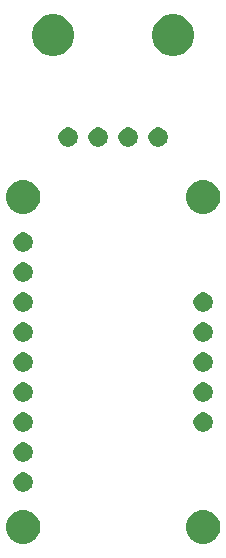
<source format=gbr>
G04 #@! TF.GenerationSoftware,KiCad,Pcbnew,(5.0.2)-1*
G04 #@! TF.CreationDate,2019-04-17T18:20:16-05:00*
G04 #@! TF.ProjectId,LSM9DS1Breakout_Hardware,4c534d39-4453-4314-9272-65616b6f7574,rev?*
G04 #@! TF.SameCoordinates,Original*
G04 #@! TF.FileFunction,Soldermask,Bot*
G04 #@! TF.FilePolarity,Negative*
%FSLAX46Y46*%
G04 Gerber Fmt 4.6, Leading zero omitted, Abs format (unit mm)*
G04 Created by KiCad (PCBNEW (5.0.2)-1) date 4/17/2019 6:20:16 PM*
%MOMM*%
%LPD*%
G01*
G04 APERTURE LIST*
%ADD10C,0.100000*%
G04 APERTURE END LIST*
D10*
G36*
X137442491Y-68429823D02*
X137582366Y-68457646D01*
X137845885Y-68566799D01*
X138081449Y-68724198D01*
X138083049Y-68725267D01*
X138284733Y-68926951D01*
X138284735Y-68926954D01*
X138443201Y-69164115D01*
X138552354Y-69427634D01*
X138608000Y-69707384D01*
X138608000Y-69992616D01*
X138552354Y-70272366D01*
X138443201Y-70535885D01*
X138285802Y-70771449D01*
X138284733Y-70773049D01*
X138083049Y-70974733D01*
X138083046Y-70974735D01*
X137845885Y-71133201D01*
X137582366Y-71242354D01*
X137442491Y-71270177D01*
X137302617Y-71298000D01*
X137017383Y-71298000D01*
X136877509Y-71270177D01*
X136737634Y-71242354D01*
X136474115Y-71133201D01*
X136236954Y-70974735D01*
X136236951Y-70974733D01*
X136035267Y-70773049D01*
X136034198Y-70771449D01*
X135876799Y-70535885D01*
X135767646Y-70272366D01*
X135712000Y-69992616D01*
X135712000Y-69707384D01*
X135767646Y-69427634D01*
X135876799Y-69164115D01*
X136035265Y-68926954D01*
X136035267Y-68926951D01*
X136236951Y-68725267D01*
X136238551Y-68724198D01*
X136474115Y-68566799D01*
X136737634Y-68457646D01*
X136877509Y-68429823D01*
X137017383Y-68402000D01*
X137302617Y-68402000D01*
X137442491Y-68429823D01*
X137442491Y-68429823D01*
G37*
G36*
X122202491Y-68429823D02*
X122342366Y-68457646D01*
X122605885Y-68566799D01*
X122841449Y-68724198D01*
X122843049Y-68725267D01*
X123044733Y-68926951D01*
X123044735Y-68926954D01*
X123203201Y-69164115D01*
X123312354Y-69427634D01*
X123368000Y-69707384D01*
X123368000Y-69992616D01*
X123312354Y-70272366D01*
X123203201Y-70535885D01*
X123045802Y-70771449D01*
X123044733Y-70773049D01*
X122843049Y-70974733D01*
X122843046Y-70974735D01*
X122605885Y-71133201D01*
X122342366Y-71242354D01*
X122202491Y-71270177D01*
X122062617Y-71298000D01*
X121777383Y-71298000D01*
X121637509Y-71270177D01*
X121497634Y-71242354D01*
X121234115Y-71133201D01*
X120996954Y-70974735D01*
X120996951Y-70974733D01*
X120795267Y-70773049D01*
X120794198Y-70771449D01*
X120636799Y-70535885D01*
X120527646Y-70272366D01*
X120472000Y-69992616D01*
X120472000Y-69707384D01*
X120527646Y-69427634D01*
X120636799Y-69164115D01*
X120795265Y-68926954D01*
X120795267Y-68926951D01*
X120996951Y-68725267D01*
X120998551Y-68724198D01*
X121234115Y-68566799D01*
X121497634Y-68457646D01*
X121637509Y-68429823D01*
X121777383Y-68402000D01*
X122062617Y-68402000D01*
X122202491Y-68429823D01*
X122202491Y-68429823D01*
G37*
G36*
X122157142Y-65258242D02*
X122305102Y-65319530D01*
X122438258Y-65408502D01*
X122551498Y-65521742D01*
X122640470Y-65654898D01*
X122701758Y-65802858D01*
X122733000Y-65959925D01*
X122733000Y-66120075D01*
X122701758Y-66277142D01*
X122640470Y-66425102D01*
X122551498Y-66558258D01*
X122438258Y-66671498D01*
X122305102Y-66760470D01*
X122157142Y-66821758D01*
X122000075Y-66853000D01*
X121839925Y-66853000D01*
X121682858Y-66821758D01*
X121534898Y-66760470D01*
X121401742Y-66671498D01*
X121288502Y-66558258D01*
X121199530Y-66425102D01*
X121138242Y-66277142D01*
X121107000Y-66120075D01*
X121107000Y-65959925D01*
X121138242Y-65802858D01*
X121199530Y-65654898D01*
X121288502Y-65521742D01*
X121401742Y-65408502D01*
X121534898Y-65319530D01*
X121682858Y-65258242D01*
X121839925Y-65227000D01*
X122000075Y-65227000D01*
X122157142Y-65258242D01*
X122157142Y-65258242D01*
G37*
G36*
X122157142Y-62718242D02*
X122305102Y-62779530D01*
X122438258Y-62868502D01*
X122551498Y-62981742D01*
X122640470Y-63114898D01*
X122701758Y-63262858D01*
X122733000Y-63419925D01*
X122733000Y-63580075D01*
X122701758Y-63737142D01*
X122640470Y-63885102D01*
X122551498Y-64018258D01*
X122438258Y-64131498D01*
X122305102Y-64220470D01*
X122157142Y-64281758D01*
X122000075Y-64313000D01*
X121839925Y-64313000D01*
X121682858Y-64281758D01*
X121534898Y-64220470D01*
X121401742Y-64131498D01*
X121288502Y-64018258D01*
X121199530Y-63885102D01*
X121138242Y-63737142D01*
X121107000Y-63580075D01*
X121107000Y-63419925D01*
X121138242Y-63262858D01*
X121199530Y-63114898D01*
X121288502Y-62981742D01*
X121401742Y-62868502D01*
X121534898Y-62779530D01*
X121682858Y-62718242D01*
X121839925Y-62687000D01*
X122000075Y-62687000D01*
X122157142Y-62718242D01*
X122157142Y-62718242D01*
G37*
G36*
X137397142Y-60178242D02*
X137545102Y-60239530D01*
X137678258Y-60328502D01*
X137791498Y-60441742D01*
X137880470Y-60574898D01*
X137941758Y-60722858D01*
X137973000Y-60879925D01*
X137973000Y-61040075D01*
X137941758Y-61197142D01*
X137880470Y-61345102D01*
X137791498Y-61478258D01*
X137678258Y-61591498D01*
X137545102Y-61680470D01*
X137397142Y-61741758D01*
X137240075Y-61773000D01*
X137079925Y-61773000D01*
X136922858Y-61741758D01*
X136774898Y-61680470D01*
X136641742Y-61591498D01*
X136528502Y-61478258D01*
X136439530Y-61345102D01*
X136378242Y-61197142D01*
X136347000Y-61040075D01*
X136347000Y-60879925D01*
X136378242Y-60722858D01*
X136439530Y-60574898D01*
X136528502Y-60441742D01*
X136641742Y-60328502D01*
X136774898Y-60239530D01*
X136922858Y-60178242D01*
X137079925Y-60147000D01*
X137240075Y-60147000D01*
X137397142Y-60178242D01*
X137397142Y-60178242D01*
G37*
G36*
X122157142Y-60178242D02*
X122305102Y-60239530D01*
X122438258Y-60328502D01*
X122551498Y-60441742D01*
X122640470Y-60574898D01*
X122701758Y-60722858D01*
X122733000Y-60879925D01*
X122733000Y-61040075D01*
X122701758Y-61197142D01*
X122640470Y-61345102D01*
X122551498Y-61478258D01*
X122438258Y-61591498D01*
X122305102Y-61680470D01*
X122157142Y-61741758D01*
X122000075Y-61773000D01*
X121839925Y-61773000D01*
X121682858Y-61741758D01*
X121534898Y-61680470D01*
X121401742Y-61591498D01*
X121288502Y-61478258D01*
X121199530Y-61345102D01*
X121138242Y-61197142D01*
X121107000Y-61040075D01*
X121107000Y-60879925D01*
X121138242Y-60722858D01*
X121199530Y-60574898D01*
X121288502Y-60441742D01*
X121401742Y-60328502D01*
X121534898Y-60239530D01*
X121682858Y-60178242D01*
X121839925Y-60147000D01*
X122000075Y-60147000D01*
X122157142Y-60178242D01*
X122157142Y-60178242D01*
G37*
G36*
X137397142Y-57638242D02*
X137545102Y-57699530D01*
X137678258Y-57788502D01*
X137791498Y-57901742D01*
X137880470Y-58034898D01*
X137941758Y-58182858D01*
X137973000Y-58339925D01*
X137973000Y-58500075D01*
X137941758Y-58657142D01*
X137880470Y-58805102D01*
X137791498Y-58938258D01*
X137678258Y-59051498D01*
X137545102Y-59140470D01*
X137397142Y-59201758D01*
X137240075Y-59233000D01*
X137079925Y-59233000D01*
X136922858Y-59201758D01*
X136774898Y-59140470D01*
X136641742Y-59051498D01*
X136528502Y-58938258D01*
X136439530Y-58805102D01*
X136378242Y-58657142D01*
X136347000Y-58500075D01*
X136347000Y-58339925D01*
X136378242Y-58182858D01*
X136439530Y-58034898D01*
X136528502Y-57901742D01*
X136641742Y-57788502D01*
X136774898Y-57699530D01*
X136922858Y-57638242D01*
X137079925Y-57607000D01*
X137240075Y-57607000D01*
X137397142Y-57638242D01*
X137397142Y-57638242D01*
G37*
G36*
X122157142Y-57638242D02*
X122305102Y-57699530D01*
X122438258Y-57788502D01*
X122551498Y-57901742D01*
X122640470Y-58034898D01*
X122701758Y-58182858D01*
X122733000Y-58339925D01*
X122733000Y-58500075D01*
X122701758Y-58657142D01*
X122640470Y-58805102D01*
X122551498Y-58938258D01*
X122438258Y-59051498D01*
X122305102Y-59140470D01*
X122157142Y-59201758D01*
X122000075Y-59233000D01*
X121839925Y-59233000D01*
X121682858Y-59201758D01*
X121534898Y-59140470D01*
X121401742Y-59051498D01*
X121288502Y-58938258D01*
X121199530Y-58805102D01*
X121138242Y-58657142D01*
X121107000Y-58500075D01*
X121107000Y-58339925D01*
X121138242Y-58182858D01*
X121199530Y-58034898D01*
X121288502Y-57901742D01*
X121401742Y-57788502D01*
X121534898Y-57699530D01*
X121682858Y-57638242D01*
X121839925Y-57607000D01*
X122000075Y-57607000D01*
X122157142Y-57638242D01*
X122157142Y-57638242D01*
G37*
G36*
X137397142Y-55098242D02*
X137545102Y-55159530D01*
X137678258Y-55248502D01*
X137791498Y-55361742D01*
X137880470Y-55494898D01*
X137941758Y-55642858D01*
X137973000Y-55799925D01*
X137973000Y-55960075D01*
X137941758Y-56117142D01*
X137880470Y-56265102D01*
X137791498Y-56398258D01*
X137678258Y-56511498D01*
X137545102Y-56600470D01*
X137397142Y-56661758D01*
X137240075Y-56693000D01*
X137079925Y-56693000D01*
X136922858Y-56661758D01*
X136774898Y-56600470D01*
X136641742Y-56511498D01*
X136528502Y-56398258D01*
X136439530Y-56265102D01*
X136378242Y-56117142D01*
X136347000Y-55960075D01*
X136347000Y-55799925D01*
X136378242Y-55642858D01*
X136439530Y-55494898D01*
X136528502Y-55361742D01*
X136641742Y-55248502D01*
X136774898Y-55159530D01*
X136922858Y-55098242D01*
X137079925Y-55067000D01*
X137240075Y-55067000D01*
X137397142Y-55098242D01*
X137397142Y-55098242D01*
G37*
G36*
X122157142Y-55098242D02*
X122305102Y-55159530D01*
X122438258Y-55248502D01*
X122551498Y-55361742D01*
X122640470Y-55494898D01*
X122701758Y-55642858D01*
X122733000Y-55799925D01*
X122733000Y-55960075D01*
X122701758Y-56117142D01*
X122640470Y-56265102D01*
X122551498Y-56398258D01*
X122438258Y-56511498D01*
X122305102Y-56600470D01*
X122157142Y-56661758D01*
X122000075Y-56693000D01*
X121839925Y-56693000D01*
X121682858Y-56661758D01*
X121534898Y-56600470D01*
X121401742Y-56511498D01*
X121288502Y-56398258D01*
X121199530Y-56265102D01*
X121138242Y-56117142D01*
X121107000Y-55960075D01*
X121107000Y-55799925D01*
X121138242Y-55642858D01*
X121199530Y-55494898D01*
X121288502Y-55361742D01*
X121401742Y-55248502D01*
X121534898Y-55159530D01*
X121682858Y-55098242D01*
X121839925Y-55067000D01*
X122000075Y-55067000D01*
X122157142Y-55098242D01*
X122157142Y-55098242D01*
G37*
G36*
X122157142Y-52558242D02*
X122305102Y-52619530D01*
X122438258Y-52708502D01*
X122551498Y-52821742D01*
X122640470Y-52954898D01*
X122701758Y-53102858D01*
X122733000Y-53259925D01*
X122733000Y-53420075D01*
X122701758Y-53577142D01*
X122640470Y-53725102D01*
X122551498Y-53858258D01*
X122438258Y-53971498D01*
X122305102Y-54060470D01*
X122157142Y-54121758D01*
X122000075Y-54153000D01*
X121839925Y-54153000D01*
X121682858Y-54121758D01*
X121534898Y-54060470D01*
X121401742Y-53971498D01*
X121288502Y-53858258D01*
X121199530Y-53725102D01*
X121138242Y-53577142D01*
X121107000Y-53420075D01*
X121107000Y-53259925D01*
X121138242Y-53102858D01*
X121199530Y-52954898D01*
X121288502Y-52821742D01*
X121401742Y-52708502D01*
X121534898Y-52619530D01*
X121682858Y-52558242D01*
X121839925Y-52527000D01*
X122000075Y-52527000D01*
X122157142Y-52558242D01*
X122157142Y-52558242D01*
G37*
G36*
X137397142Y-52558242D02*
X137545102Y-52619530D01*
X137678258Y-52708502D01*
X137791498Y-52821742D01*
X137880470Y-52954898D01*
X137941758Y-53102858D01*
X137973000Y-53259925D01*
X137973000Y-53420075D01*
X137941758Y-53577142D01*
X137880470Y-53725102D01*
X137791498Y-53858258D01*
X137678258Y-53971498D01*
X137545102Y-54060470D01*
X137397142Y-54121758D01*
X137240075Y-54153000D01*
X137079925Y-54153000D01*
X136922858Y-54121758D01*
X136774898Y-54060470D01*
X136641742Y-53971498D01*
X136528502Y-53858258D01*
X136439530Y-53725102D01*
X136378242Y-53577142D01*
X136347000Y-53420075D01*
X136347000Y-53259925D01*
X136378242Y-53102858D01*
X136439530Y-52954898D01*
X136528502Y-52821742D01*
X136641742Y-52708502D01*
X136774898Y-52619530D01*
X136922858Y-52558242D01*
X137079925Y-52527000D01*
X137240075Y-52527000D01*
X137397142Y-52558242D01*
X137397142Y-52558242D01*
G37*
G36*
X137397142Y-50018242D02*
X137545102Y-50079530D01*
X137678258Y-50168502D01*
X137791498Y-50281742D01*
X137880470Y-50414898D01*
X137941758Y-50562858D01*
X137973000Y-50719925D01*
X137973000Y-50880075D01*
X137941758Y-51037142D01*
X137880470Y-51185102D01*
X137791498Y-51318258D01*
X137678258Y-51431498D01*
X137545102Y-51520470D01*
X137397142Y-51581758D01*
X137240075Y-51613000D01*
X137079925Y-51613000D01*
X136922858Y-51581758D01*
X136774898Y-51520470D01*
X136641742Y-51431498D01*
X136528502Y-51318258D01*
X136439530Y-51185102D01*
X136378242Y-51037142D01*
X136347000Y-50880075D01*
X136347000Y-50719925D01*
X136378242Y-50562858D01*
X136439530Y-50414898D01*
X136528502Y-50281742D01*
X136641742Y-50168502D01*
X136774898Y-50079530D01*
X136922858Y-50018242D01*
X137079925Y-49987000D01*
X137240075Y-49987000D01*
X137397142Y-50018242D01*
X137397142Y-50018242D01*
G37*
G36*
X122157142Y-50018242D02*
X122305102Y-50079530D01*
X122438258Y-50168502D01*
X122551498Y-50281742D01*
X122640470Y-50414898D01*
X122701758Y-50562858D01*
X122733000Y-50719925D01*
X122733000Y-50880075D01*
X122701758Y-51037142D01*
X122640470Y-51185102D01*
X122551498Y-51318258D01*
X122438258Y-51431498D01*
X122305102Y-51520470D01*
X122157142Y-51581758D01*
X122000075Y-51613000D01*
X121839925Y-51613000D01*
X121682858Y-51581758D01*
X121534898Y-51520470D01*
X121401742Y-51431498D01*
X121288502Y-51318258D01*
X121199530Y-51185102D01*
X121138242Y-51037142D01*
X121107000Y-50880075D01*
X121107000Y-50719925D01*
X121138242Y-50562858D01*
X121199530Y-50414898D01*
X121288502Y-50281742D01*
X121401742Y-50168502D01*
X121534898Y-50079530D01*
X121682858Y-50018242D01*
X121839925Y-49987000D01*
X122000075Y-49987000D01*
X122157142Y-50018242D01*
X122157142Y-50018242D01*
G37*
G36*
X122157142Y-47478242D02*
X122305102Y-47539530D01*
X122438258Y-47628502D01*
X122551498Y-47741742D01*
X122640470Y-47874898D01*
X122701758Y-48022858D01*
X122733000Y-48179925D01*
X122733000Y-48340075D01*
X122701758Y-48497142D01*
X122640470Y-48645102D01*
X122551498Y-48778258D01*
X122438258Y-48891498D01*
X122305102Y-48980470D01*
X122157142Y-49041758D01*
X122000075Y-49073000D01*
X121839925Y-49073000D01*
X121682858Y-49041758D01*
X121534898Y-48980470D01*
X121401742Y-48891498D01*
X121288502Y-48778258D01*
X121199530Y-48645102D01*
X121138242Y-48497142D01*
X121107000Y-48340075D01*
X121107000Y-48179925D01*
X121138242Y-48022858D01*
X121199530Y-47874898D01*
X121288502Y-47741742D01*
X121401742Y-47628502D01*
X121534898Y-47539530D01*
X121682858Y-47478242D01*
X121839925Y-47447000D01*
X122000075Y-47447000D01*
X122157142Y-47478242D01*
X122157142Y-47478242D01*
G37*
G36*
X122157142Y-44938242D02*
X122305102Y-44999530D01*
X122438258Y-45088502D01*
X122551498Y-45201742D01*
X122640470Y-45334898D01*
X122701758Y-45482858D01*
X122733000Y-45639925D01*
X122733000Y-45800075D01*
X122701758Y-45957142D01*
X122640470Y-46105102D01*
X122551498Y-46238258D01*
X122438258Y-46351498D01*
X122305102Y-46440470D01*
X122157142Y-46501758D01*
X122000075Y-46533000D01*
X121839925Y-46533000D01*
X121682858Y-46501758D01*
X121534898Y-46440470D01*
X121401742Y-46351498D01*
X121288502Y-46238258D01*
X121199530Y-46105102D01*
X121138242Y-45957142D01*
X121107000Y-45800075D01*
X121107000Y-45639925D01*
X121138242Y-45482858D01*
X121199530Y-45334898D01*
X121288502Y-45201742D01*
X121401742Y-45088502D01*
X121534898Y-44999530D01*
X121682858Y-44938242D01*
X121839925Y-44907000D01*
X122000075Y-44907000D01*
X122157142Y-44938242D01*
X122157142Y-44938242D01*
G37*
G36*
X122202491Y-40489823D02*
X122342366Y-40517646D01*
X122605885Y-40626799D01*
X122841449Y-40784198D01*
X122843049Y-40785267D01*
X123044733Y-40986951D01*
X123044735Y-40986954D01*
X123203201Y-41224115D01*
X123312354Y-41487634D01*
X123368000Y-41767384D01*
X123368000Y-42052616D01*
X123312354Y-42332366D01*
X123203201Y-42595885D01*
X123045802Y-42831449D01*
X123044733Y-42833049D01*
X122843049Y-43034733D01*
X122843046Y-43034735D01*
X122605885Y-43193201D01*
X122342366Y-43302354D01*
X122202491Y-43330177D01*
X122062617Y-43358000D01*
X121777383Y-43358000D01*
X121637509Y-43330177D01*
X121497634Y-43302354D01*
X121234115Y-43193201D01*
X120996954Y-43034735D01*
X120996951Y-43034733D01*
X120795267Y-42833049D01*
X120794198Y-42831449D01*
X120636799Y-42595885D01*
X120527646Y-42332366D01*
X120472000Y-42052616D01*
X120472000Y-41767384D01*
X120527646Y-41487634D01*
X120636799Y-41224115D01*
X120795265Y-40986954D01*
X120795267Y-40986951D01*
X120996951Y-40785267D01*
X120998551Y-40784198D01*
X121234115Y-40626799D01*
X121497634Y-40517646D01*
X121637509Y-40489823D01*
X121777383Y-40462000D01*
X122062617Y-40462000D01*
X122202491Y-40489823D01*
X122202491Y-40489823D01*
G37*
G36*
X137442491Y-40489823D02*
X137582366Y-40517646D01*
X137845885Y-40626799D01*
X138081449Y-40784198D01*
X138083049Y-40785267D01*
X138284733Y-40986951D01*
X138284735Y-40986954D01*
X138443201Y-41224115D01*
X138552354Y-41487634D01*
X138608000Y-41767384D01*
X138608000Y-42052616D01*
X138552354Y-42332366D01*
X138443201Y-42595885D01*
X138285802Y-42831449D01*
X138284733Y-42833049D01*
X138083049Y-43034733D01*
X138083046Y-43034735D01*
X137845885Y-43193201D01*
X137582366Y-43302354D01*
X137442491Y-43330177D01*
X137302617Y-43358000D01*
X137017383Y-43358000D01*
X136877509Y-43330177D01*
X136737634Y-43302354D01*
X136474115Y-43193201D01*
X136236954Y-43034735D01*
X136236951Y-43034733D01*
X136035267Y-42833049D01*
X136034198Y-42831449D01*
X135876799Y-42595885D01*
X135767646Y-42332366D01*
X135712000Y-42052616D01*
X135712000Y-41767384D01*
X135767646Y-41487634D01*
X135876799Y-41224115D01*
X136035265Y-40986954D01*
X136035267Y-40986951D01*
X136236951Y-40785267D01*
X136238551Y-40784198D01*
X136474115Y-40626799D01*
X136737634Y-40517646D01*
X136877509Y-40489823D01*
X137017383Y-40462000D01*
X137302617Y-40462000D01*
X137442491Y-40489823D01*
X137442491Y-40489823D01*
G37*
G36*
X128507142Y-36048242D02*
X128655102Y-36109530D01*
X128788258Y-36198502D01*
X128901498Y-36311742D01*
X128990470Y-36444898D01*
X129051758Y-36592858D01*
X129083000Y-36749925D01*
X129083000Y-36910075D01*
X129051758Y-37067142D01*
X128990470Y-37215102D01*
X128901498Y-37348258D01*
X128788258Y-37461498D01*
X128655102Y-37550470D01*
X128507142Y-37611758D01*
X128350075Y-37643000D01*
X128189925Y-37643000D01*
X128032858Y-37611758D01*
X127884898Y-37550470D01*
X127751742Y-37461498D01*
X127638502Y-37348258D01*
X127549530Y-37215102D01*
X127488242Y-37067142D01*
X127457000Y-36910075D01*
X127457000Y-36749925D01*
X127488242Y-36592858D01*
X127549530Y-36444898D01*
X127638502Y-36311742D01*
X127751742Y-36198502D01*
X127884898Y-36109530D01*
X128032858Y-36048242D01*
X128189925Y-36017000D01*
X128350075Y-36017000D01*
X128507142Y-36048242D01*
X128507142Y-36048242D01*
G37*
G36*
X133587142Y-36048242D02*
X133735102Y-36109530D01*
X133868258Y-36198502D01*
X133981498Y-36311742D01*
X134070470Y-36444898D01*
X134131758Y-36592858D01*
X134163000Y-36749925D01*
X134163000Y-36910075D01*
X134131758Y-37067142D01*
X134070470Y-37215102D01*
X133981498Y-37348258D01*
X133868258Y-37461498D01*
X133735102Y-37550470D01*
X133587142Y-37611758D01*
X133430075Y-37643000D01*
X133269925Y-37643000D01*
X133112858Y-37611758D01*
X132964898Y-37550470D01*
X132831742Y-37461498D01*
X132718502Y-37348258D01*
X132629530Y-37215102D01*
X132568242Y-37067142D01*
X132537000Y-36910075D01*
X132537000Y-36749925D01*
X132568242Y-36592858D01*
X132629530Y-36444898D01*
X132718502Y-36311742D01*
X132831742Y-36198502D01*
X132964898Y-36109530D01*
X133112858Y-36048242D01*
X133269925Y-36017000D01*
X133430075Y-36017000D01*
X133587142Y-36048242D01*
X133587142Y-36048242D01*
G37*
G36*
X131047142Y-36048242D02*
X131195102Y-36109530D01*
X131328258Y-36198502D01*
X131441498Y-36311742D01*
X131530470Y-36444898D01*
X131591758Y-36592858D01*
X131623000Y-36749925D01*
X131623000Y-36910075D01*
X131591758Y-37067142D01*
X131530470Y-37215102D01*
X131441498Y-37348258D01*
X131328258Y-37461498D01*
X131195102Y-37550470D01*
X131047142Y-37611758D01*
X130890075Y-37643000D01*
X130729925Y-37643000D01*
X130572858Y-37611758D01*
X130424898Y-37550470D01*
X130291742Y-37461498D01*
X130178502Y-37348258D01*
X130089530Y-37215102D01*
X130028242Y-37067142D01*
X129997000Y-36910075D01*
X129997000Y-36749925D01*
X130028242Y-36592858D01*
X130089530Y-36444898D01*
X130178502Y-36311742D01*
X130291742Y-36198502D01*
X130424898Y-36109530D01*
X130572858Y-36048242D01*
X130729925Y-36017000D01*
X130890075Y-36017000D01*
X131047142Y-36048242D01*
X131047142Y-36048242D01*
G37*
G36*
X125967142Y-36048242D02*
X126115102Y-36109530D01*
X126248258Y-36198502D01*
X126361498Y-36311742D01*
X126450470Y-36444898D01*
X126511758Y-36592858D01*
X126543000Y-36749925D01*
X126543000Y-36910075D01*
X126511758Y-37067142D01*
X126450470Y-37215102D01*
X126361498Y-37348258D01*
X126248258Y-37461498D01*
X126115102Y-37550470D01*
X125967142Y-37611758D01*
X125810075Y-37643000D01*
X125649925Y-37643000D01*
X125492858Y-37611758D01*
X125344898Y-37550470D01*
X125211742Y-37461498D01*
X125098502Y-37348258D01*
X125009530Y-37215102D01*
X124948242Y-37067142D01*
X124917000Y-36910075D01*
X124917000Y-36749925D01*
X124948242Y-36592858D01*
X125009530Y-36444898D01*
X125098502Y-36311742D01*
X125211742Y-36198502D01*
X125344898Y-36109530D01*
X125492858Y-36048242D01*
X125649925Y-36017000D01*
X125810075Y-36017000D01*
X125967142Y-36048242D01*
X125967142Y-36048242D01*
G37*
G36*
X124978037Y-26486250D02*
X124978039Y-26486251D01*
X124978040Y-26486251D01*
X125301251Y-26620129D01*
X125301252Y-26620130D01*
X125592137Y-26814493D01*
X125839507Y-27061863D01*
X125839509Y-27061866D01*
X126033871Y-27352749D01*
X126167749Y-27675960D01*
X126236000Y-28019079D01*
X126236000Y-28368921D01*
X126167749Y-28712040D01*
X126033871Y-29035251D01*
X126033870Y-29035252D01*
X125839507Y-29326137D01*
X125592137Y-29573507D01*
X125592134Y-29573509D01*
X125301251Y-29767871D01*
X124978040Y-29901749D01*
X124978039Y-29901749D01*
X124978037Y-29901750D01*
X124634922Y-29970000D01*
X124285078Y-29970000D01*
X123941963Y-29901750D01*
X123941961Y-29901749D01*
X123941960Y-29901749D01*
X123618749Y-29767871D01*
X123327866Y-29573509D01*
X123327863Y-29573507D01*
X123080493Y-29326137D01*
X122886130Y-29035252D01*
X122886129Y-29035251D01*
X122752251Y-28712040D01*
X122684000Y-28368921D01*
X122684000Y-28019079D01*
X122752251Y-27675960D01*
X122886129Y-27352749D01*
X123080491Y-27061866D01*
X123080493Y-27061863D01*
X123327863Y-26814493D01*
X123618748Y-26620130D01*
X123618749Y-26620129D01*
X123941960Y-26486251D01*
X123941961Y-26486251D01*
X123941963Y-26486250D01*
X124285078Y-26418000D01*
X124634922Y-26418000D01*
X124978037Y-26486250D01*
X124978037Y-26486250D01*
G37*
G36*
X135138037Y-26486250D02*
X135138039Y-26486251D01*
X135138040Y-26486251D01*
X135461251Y-26620129D01*
X135461252Y-26620130D01*
X135752137Y-26814493D01*
X135999507Y-27061863D01*
X135999509Y-27061866D01*
X136193871Y-27352749D01*
X136327749Y-27675960D01*
X136396000Y-28019079D01*
X136396000Y-28368921D01*
X136327749Y-28712040D01*
X136193871Y-29035251D01*
X136193870Y-29035252D01*
X135999507Y-29326137D01*
X135752137Y-29573507D01*
X135752134Y-29573509D01*
X135461251Y-29767871D01*
X135138040Y-29901749D01*
X135138039Y-29901749D01*
X135138037Y-29901750D01*
X134794922Y-29970000D01*
X134445078Y-29970000D01*
X134101963Y-29901750D01*
X134101961Y-29901749D01*
X134101960Y-29901749D01*
X133778749Y-29767871D01*
X133487866Y-29573509D01*
X133487863Y-29573507D01*
X133240493Y-29326137D01*
X133046130Y-29035252D01*
X133046129Y-29035251D01*
X132912251Y-28712040D01*
X132844000Y-28368921D01*
X132844000Y-28019079D01*
X132912251Y-27675960D01*
X133046129Y-27352749D01*
X133240491Y-27061866D01*
X133240493Y-27061863D01*
X133487863Y-26814493D01*
X133778748Y-26620130D01*
X133778749Y-26620129D01*
X134101960Y-26486251D01*
X134101961Y-26486251D01*
X134101963Y-26486250D01*
X134445078Y-26418000D01*
X134794922Y-26418000D01*
X135138037Y-26486250D01*
X135138037Y-26486250D01*
G37*
M02*

</source>
